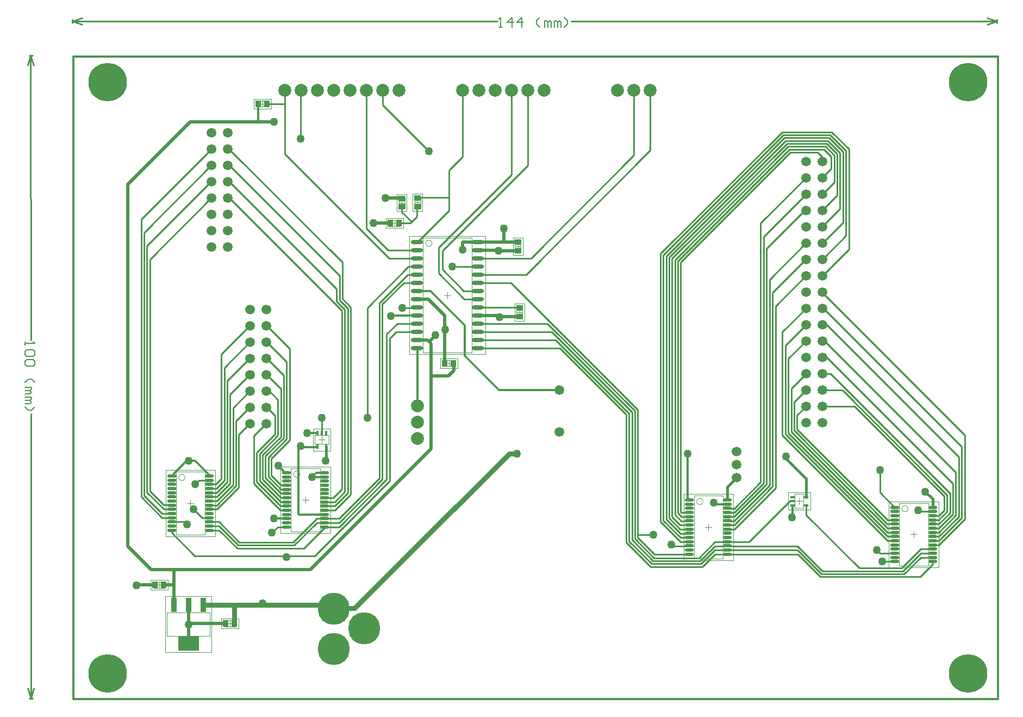
<source format=gtl>
%FSLAX42Y42*%
%MOMM*%
G71*
G01*
G75*
G04 Layer_Physical_Order=1*
G04 Layer_Color=255*
%ADD10O,1.40X0.45*%
%ADD11R,0.40X0.80*%
%ADD12R,1.00X0.90*%
%ADD13R,0.90X1.00*%
%ADD14R,0.80X0.40*%
%ADD15O,1.90X0.60*%
%ADD16R,0.90X2.25*%
%ADD17R,3.25X2.25*%
%ADD18C,0.25*%
%ADD19C,0.40*%
%ADD20C,0.30*%
%ADD21C,0.80*%
%ADD22C,0.50*%
%ADD23C,0.10*%
%ADD24C,0.05*%
%ADD25C,0.15*%
%ADD26C,1.50*%
%ADD27C,5.00*%
%ADD28C,2.00*%
%ADD29C,1.27*%
%ADD30C,6.00*%
D10*
X10188Y2252D02*
D03*
Y2317D02*
D03*
Y2382D02*
D03*
Y2447D02*
D03*
Y2512D02*
D03*
Y2577D02*
D03*
Y2642D02*
D03*
Y2707D02*
D03*
Y2772D02*
D03*
Y2837D02*
D03*
Y2902D02*
D03*
Y2967D02*
D03*
Y3032D02*
D03*
Y3097D02*
D03*
X9598Y2252D02*
D03*
Y2317D02*
D03*
Y2382D02*
D03*
Y2447D02*
D03*
Y2512D02*
D03*
Y2577D02*
D03*
Y2642D02*
D03*
Y2707D02*
D03*
Y2772D02*
D03*
Y2837D02*
D03*
Y2902D02*
D03*
Y2967D02*
D03*
Y3032D02*
D03*
Y3097D02*
D03*
X13386Y2138D02*
D03*
Y2203D02*
D03*
Y2268D02*
D03*
Y2333D02*
D03*
Y2398D02*
D03*
Y2463D02*
D03*
Y2528D02*
D03*
Y2593D02*
D03*
Y2658D02*
D03*
Y2723D02*
D03*
Y2788D02*
D03*
Y2853D02*
D03*
Y2918D02*
D03*
Y2983D02*
D03*
X12796Y2138D02*
D03*
Y2203D02*
D03*
Y2268D02*
D03*
Y2333D02*
D03*
Y2398D02*
D03*
Y2463D02*
D03*
Y2528D02*
D03*
Y2593D02*
D03*
Y2658D02*
D03*
Y2723D02*
D03*
Y2788D02*
D03*
Y2853D02*
D03*
Y2918D02*
D03*
Y2983D02*
D03*
X2121Y2625D02*
D03*
Y2691D02*
D03*
Y2756D02*
D03*
Y2820D02*
D03*
Y2885D02*
D03*
Y2950D02*
D03*
Y3016D02*
D03*
Y3081D02*
D03*
Y3145D02*
D03*
Y3210D02*
D03*
Y3276D02*
D03*
Y3340D02*
D03*
Y3406D02*
D03*
Y3471D02*
D03*
X1531Y2625D02*
D03*
Y2691D02*
D03*
Y2756D02*
D03*
Y2820D02*
D03*
Y2885D02*
D03*
Y2950D02*
D03*
Y3016D02*
D03*
Y3081D02*
D03*
Y3145D02*
D03*
Y3210D02*
D03*
Y3276D02*
D03*
Y3340D02*
D03*
Y3406D02*
D03*
Y3471D02*
D03*
X3912Y2676D02*
D03*
Y2741D02*
D03*
Y2806D02*
D03*
Y2871D02*
D03*
Y2936D02*
D03*
Y3001D02*
D03*
Y3066D02*
D03*
Y3131D02*
D03*
Y3196D02*
D03*
Y3261D02*
D03*
Y3326D02*
D03*
Y3391D02*
D03*
Y3456D02*
D03*
Y3521D02*
D03*
X3322Y2676D02*
D03*
Y2741D02*
D03*
Y2806D02*
D03*
Y2871D02*
D03*
Y2936D02*
D03*
Y3001D02*
D03*
Y3066D02*
D03*
Y3131D02*
D03*
Y3196D02*
D03*
Y3261D02*
D03*
Y3326D02*
D03*
Y3391D02*
D03*
Y3456D02*
D03*
Y3521D02*
D03*
D11*
X3935Y4142D02*
D03*
X3870D02*
D03*
X3805D02*
D03*
Y3928D02*
D03*
X3935D02*
D03*
D12*
X5364Y7659D02*
D03*
Y7794D02*
D03*
X6952Y6087D02*
D03*
Y5952D02*
D03*
X5118Y7792D02*
D03*
Y7657D02*
D03*
X6927Y6973D02*
D03*
Y7108D02*
D03*
D13*
X5920Y5225D02*
D03*
X5785D02*
D03*
X2881Y9263D02*
D03*
X3016D02*
D03*
X5071Y7404D02*
D03*
X4936D02*
D03*
X1407Y1775D02*
D03*
X1273D02*
D03*
X2373Y1175D02*
D03*
X2508D02*
D03*
D14*
X11200Y3142D02*
D03*
Y3077D02*
D03*
Y3012D02*
D03*
X11415D02*
D03*
Y3142D02*
D03*
D15*
X6304Y5458D02*
D03*
Y5585D02*
D03*
Y5712D02*
D03*
Y5839D02*
D03*
Y5966D02*
D03*
Y6093D02*
D03*
Y6220D02*
D03*
Y6347D02*
D03*
Y6474D02*
D03*
Y6601D02*
D03*
Y6728D02*
D03*
Y6855D02*
D03*
Y6982D02*
D03*
Y7109D02*
D03*
X5354Y5458D02*
D03*
Y5585D02*
D03*
Y5712D02*
D03*
Y5839D02*
D03*
Y5966D02*
D03*
Y6093D02*
D03*
Y6220D02*
D03*
Y6347D02*
D03*
Y6474D02*
D03*
Y6601D02*
D03*
Y6728D02*
D03*
Y6855D02*
D03*
Y6982D02*
D03*
Y7109D02*
D03*
D16*
X2026Y1461D02*
D03*
X1796D02*
D03*
X1566D02*
D03*
D17*
X1796Y866D02*
D03*
D18*
X11666Y5566D02*
X11706D01*
X13747Y2861D02*
Y3525D01*
X11706Y5566D02*
X13747Y3525D01*
X13702Y2880D02*
Y3348D01*
X11735Y5315D02*
X13702Y3348D01*
X13793Y2835D02*
Y3765D01*
X11703Y5855D02*
X13793Y3765D01*
X13884Y2798D02*
Y4108D01*
X11661Y6331D02*
X13884Y4108D01*
X13838Y2816D02*
Y3927D01*
X11688Y6077D02*
X13838Y3927D01*
X11661Y6077D02*
X11688D01*
X13566Y2936D02*
Y3158D01*
X12171Y4553D02*
X13566Y3158D01*
X11735Y4553D02*
X12171D01*
X13611Y2917D02*
Y3177D01*
X11982Y4807D02*
X13611Y3177D01*
X11735Y4807D02*
X11982D01*
X13657Y2898D02*
Y3196D01*
X11792Y5061D02*
X13657Y3196D01*
X11735Y5061D02*
X11792D01*
X1875Y2950D02*
X2005Y2820D01*
X2121D01*
X1770Y2720D02*
Y2753D01*
X1773Y2756D01*
X1531D02*
X1773D01*
X11415Y2864D02*
X12243Y2036D01*
X11415Y2864D02*
Y3012D01*
X12243Y2036D02*
X12904D01*
X11159Y3077D02*
X11200D01*
X10526Y2445D02*
X11159Y3077D01*
X9994Y2445D02*
X10526D01*
X3870Y4142D02*
Y4372D01*
X4185Y3266D02*
Y6042D01*
X4230Y3222D02*
Y6060D01*
X4276Y3204D02*
Y6079D01*
X4321Y3185D02*
Y6098D01*
X4050Y3131D02*
X4185Y3266D01*
X2417Y7810D02*
X4185Y6042D01*
X4074Y3066D02*
X4230Y3222D01*
X4102Y6189D02*
X4230Y6060D01*
X4073Y3001D02*
X4276Y3204D01*
X4147Y6208D02*
X4276Y6079D01*
X4073Y2936D02*
X4321Y3185D01*
X4192Y6227D02*
X4321Y6098D01*
X4192Y6227D02*
Y6796D01*
X4147Y6208D02*
Y6587D01*
X4102Y6189D02*
Y6379D01*
X4580Y4375D02*
Y6090D01*
X5221Y6731D01*
X4141Y2806D02*
X4770Y3435D01*
X4141Y2741D02*
X4815Y3416D01*
X4140Y2676D02*
X4881Y3417D01*
X3759Y2225D02*
X4926Y3392D01*
X4815Y6146D02*
X5146Y6477D01*
X4815Y3416D02*
Y6146D01*
X4770Y6165D02*
X5209Y6604D01*
X4770Y3435D02*
Y6165D01*
X5221Y6731D02*
X5364D01*
X5209Y6604D02*
X5364D01*
X5146Y6477D02*
X5364D01*
X5351Y6090D02*
X5354Y6093D01*
X5122Y6090D02*
X5351D01*
X4926Y3392D02*
Y5611D01*
X5028Y5712D01*
X4881Y5676D02*
X5044Y5839D01*
X4881Y3417D02*
Y5676D01*
X5028Y5712D02*
X5354D01*
X5028Y5712D02*
X5028Y5712D01*
X4917Y6858D02*
X5364D01*
X3912Y2676D02*
X4140D01*
X3791Y2741D02*
X4141D01*
X3792Y2806D02*
X4141D01*
X1894Y2225D02*
X3759D01*
X2417Y8064D02*
X4102Y6379D01*
X2417Y8318D02*
X4147Y6587D01*
X2417Y8571D02*
X4192Y6796D01*
X3922Y3131D02*
X4050D01*
X3912Y3066D02*
X4074D01*
X3297Y8478D02*
X4917Y6858D01*
X3297Y8478D02*
Y9263D01*
X3542Y8720D02*
Y9466D01*
X3551Y9474D01*
X1193Y3234D02*
Y6839D01*
X2163Y7810D01*
X1147Y3215D02*
Y7048D01*
X2163Y8064D01*
X1102Y3168D02*
Y7257D01*
X2163Y8318D01*
X1057Y7465D02*
X2163Y8571D01*
X1057Y3145D02*
Y7465D01*
X11274Y4415D02*
X11447Y4587D01*
X11274Y4195D02*
Y4415D01*
X11229Y4623D02*
X11447Y4841D01*
X11229Y4177D02*
Y4623D01*
X11183Y4832D02*
X11447Y5095D01*
X11183Y4158D02*
Y4832D01*
X11138Y5295D02*
X11447Y5603D01*
X11138Y4139D02*
Y5295D01*
X11092Y5503D02*
X11447Y5857D01*
X11092Y4121D02*
Y5503D01*
X11046Y5711D02*
X11447Y6111D01*
X11046Y4102D02*
Y5711D01*
X10937Y6110D02*
X11409Y6582D01*
X10937Y3286D02*
Y6110D01*
X10892Y6319D02*
X11409Y6836D01*
X10892Y3305D02*
Y6319D01*
X10846Y6527D02*
X11409Y7090D01*
X10846Y3323D02*
Y6527D01*
X10752Y7195D02*
X11447Y7889D01*
X10752Y3357D02*
Y7195D01*
X10707Y7403D02*
X11447Y8143D01*
X10707Y3376D02*
Y7403D01*
X11661Y8109D02*
X11808Y8256D01*
Y8442D01*
X11899Y7839D02*
Y8479D01*
X11944Y7625D02*
Y8498D01*
X11990Y7417D02*
Y8517D01*
X12035Y7208D02*
Y8536D01*
X12081Y6999D02*
Y8555D01*
X11716Y8598D02*
X11854Y8461D01*
X11662Y7602D02*
X11899Y7839D01*
X11735Y8644D02*
X11899Y8479D01*
X11664Y7345D02*
X11944Y7625D01*
X11754Y8689D02*
X11944Y8498D01*
X11701Y7127D02*
X11990Y7417D01*
X11772Y8735D02*
X11990Y8517D01*
X11701Y6873D02*
X12035Y7208D01*
X11791Y8780D02*
X12035Y8536D01*
X11701Y6619D02*
X12081Y6999D01*
X11810Y8825D02*
X12081Y8555D01*
X3085Y3742D02*
X3369Y4027D01*
X3085Y3478D02*
Y3742D01*
Y3478D02*
X3237Y3326D01*
X3040Y3460D02*
X3238Y3261D01*
X3040Y3460D02*
Y3761D01*
X3324Y4046D01*
X2994Y3780D02*
X3278Y4064D01*
X2994Y3441D02*
Y3780D01*
Y3441D02*
X3239Y3196D01*
X2949Y3422D02*
X3239Y3131D01*
X2949Y3422D02*
Y3799D01*
X3233Y4083D01*
X2903Y3818D02*
X3188Y4102D01*
X2903Y3396D02*
Y3818D01*
Y3396D02*
X3233Y3066D01*
X2858Y3373D02*
X3230Y3001D01*
X2858Y3373D02*
Y3836D01*
X3142Y4121D01*
X2812Y4093D02*
X3009Y4290D01*
X2812Y3355D02*
Y4093D01*
Y3355D02*
X3231Y2936D01*
X3142Y4121D02*
Y4411D01*
X3188Y4102D02*
Y4657D01*
X3233Y4083D02*
Y4828D01*
X3278Y4064D02*
Y5037D01*
X3324Y4046D02*
Y5246D01*
X3369Y4027D02*
Y5454D01*
X3009Y5814D02*
X3369Y5454D01*
X3009Y5560D02*
X3324Y5246D01*
X3009Y5052D02*
X3233Y4828D01*
X3009Y5306D02*
X3278Y5037D01*
X3047Y4798D02*
X3188Y4657D01*
X3009Y4798D02*
X3047D01*
X3009Y4544D02*
X3142Y4411D01*
X2579Y3295D02*
Y4113D01*
X2756Y4290D01*
X2306Y5365D02*
X2756Y5814D01*
X2352Y3401D02*
Y5156D01*
X2756Y5560D01*
X2397Y4948D02*
X2756Y5306D01*
X2443Y4739D02*
X2756Y5052D01*
X2488Y4530D02*
X2756Y4798D01*
X2533Y4322D02*
X2756Y4544D01*
X3231Y2936D02*
X3322D01*
X2234Y2951D02*
X2579Y3295D01*
X2234Y3015D02*
X2533Y3314D01*
X13482Y2788D02*
X13611Y2917D01*
X13481Y2723D02*
X13657Y2898D01*
X13480Y2658D02*
X13702Y2880D01*
X13480Y2593D02*
X13747Y2861D01*
X13485Y2528D02*
X13793Y2835D01*
X13485Y2463D02*
X13838Y2816D01*
X13484Y2398D02*
X13884Y2798D01*
X13181Y2918D02*
X13386D01*
X12683Y2658D02*
X12796D01*
X11183Y4158D02*
X12683Y2658D01*
X12684Y2593D02*
X12796D01*
X11138Y4139D02*
X12684Y2593D01*
X12685Y2528D02*
X12796D01*
X11092Y4121D02*
X12685Y2528D01*
X12682Y2788D02*
X12796D01*
X11274Y4195D02*
X12682Y2788D01*
X12680Y2726D02*
X12796D01*
X11229Y4177D02*
X12680Y2726D01*
X10798Y7013D02*
X11386Y7601D01*
X10798Y3339D02*
Y7013D01*
X9144Y6929D02*
X11040Y8825D01*
X9189Y6910D02*
X11059Y8780D01*
X9235Y6891D02*
X11078Y8735D01*
X9280Y6872D02*
X11097Y8689D01*
X9325Y6853D02*
X11116Y8644D01*
X9371Y6835D02*
X11134Y8598D01*
X11697Y8553D02*
X11808Y8442D01*
X9416Y6816D02*
X11153Y8553D01*
X11697D01*
X11134Y8598D02*
X11716D01*
X11116Y8644D02*
X11735D01*
X11097Y8689D02*
X11754D01*
X11078Y8735D02*
X11772D01*
X11059Y8780D02*
X11791D01*
X11040Y8825D02*
X11810D01*
X11590Y8507D02*
X11701Y8397D01*
X11172Y8507D02*
X11590D01*
X9462Y6797D02*
X11172Y8507D01*
X5690Y7026D02*
X6823Y8159D01*
X5690Y6624D02*
Y7026D01*
Y6624D02*
X6091Y6223D01*
X5750Y6979D02*
X7077Y8306D01*
X5750Y6686D02*
Y6979D01*
Y6686D02*
X6083Y6352D01*
X8987Y8539D02*
Y9474D01*
X7052Y6604D02*
X8987Y8539D01*
X6314Y6604D02*
X7052D01*
X10188Y2707D02*
X10294D01*
X10188Y2642D02*
X10294D01*
X4055Y3001D02*
X4073D01*
X3912Y2936D02*
X4073D01*
X1531Y2589D02*
X1894Y2225D01*
X1384Y2885D02*
X1531D01*
X1102Y3168D02*
X1384Y2885D01*
X1381Y2821D02*
X1531D01*
X1057Y3145D02*
X1381Y2821D01*
X4907Y6985D02*
X5364D01*
X4567Y7325D02*
X4907Y6985D01*
X5255Y7404D02*
X5357Y7506D01*
X5116Y7579D02*
X5273Y7422D01*
X5116Y7579D02*
Y7628D01*
X5357Y7506D02*
Y7633D01*
X7077Y8306D02*
Y9474D01*
X8733Y8464D02*
Y9474D01*
X7127Y6858D02*
X8733Y8464D01*
X6314Y6858D02*
X7127D01*
X3230Y3001D02*
X3322D01*
X1193Y3234D02*
X1410Y3017D01*
X1530D01*
X1412Y2951D02*
X1531D01*
X1147Y3215D02*
X1412Y2951D01*
X12515Y2319D02*
X12566Y2268D01*
X12796D01*
X3297Y9263D02*
Y9474D01*
X3016Y9263D02*
X3297D01*
X4821Y9240D02*
X5535Y8527D01*
X6823Y8159D02*
Y9474D01*
X5852Y8230D02*
X6061Y8438D01*
Y9474D01*
X12596Y2136D02*
X12598Y2138D01*
X12796D01*
X9035Y2555D02*
X9037Y2553D01*
X8793Y2555D02*
X9035D01*
X9312Y2403D02*
X9335Y2380D01*
X9601D01*
X12563Y3216D02*
Y3566D01*
Y3216D02*
X12796Y2983D01*
Y2723D02*
Y2726D01*
X1895Y3343D02*
X1958Y3406D01*
X2121D01*
Y3471D02*
Y3487D01*
X3296Y3521D02*
X3322D01*
X6614Y5969D02*
X6644Y5939D01*
X6314Y6096D02*
X6944D01*
X4821Y9240D02*
Y9474D01*
X3182Y2676D02*
X3322D01*
X3096Y2591D02*
X3182Y2676D01*
X5357Y7803D02*
X5847D01*
X5090Y7404D02*
X5255D01*
X3912Y3001D02*
X4050D01*
X3237Y3326D02*
X3322D01*
X3238Y3261D02*
X3322D01*
X2533Y3314D02*
Y4322D01*
X2488Y3333D02*
Y4530D01*
X2443Y3352D02*
Y4739D01*
X2397Y3378D02*
Y4948D01*
X2121Y3081D02*
X2235D01*
X2218Y3341D02*
X2306Y3429D01*
Y5365D01*
X2226Y3276D02*
X2352Y3401D01*
X2230Y3211D02*
X2397Y3378D01*
X2121Y3146D02*
X2236D01*
X2443Y3352D01*
X2235Y3081D02*
X2488Y3333D01*
X2122Y3015D02*
X2234D01*
X2121Y2951D02*
X2234D01*
X12686Y2463D02*
X12796D01*
X13386D02*
X13485D01*
X13386Y2398D02*
X13484D01*
X13386Y2528D02*
X13485D01*
X13386Y2788D02*
X13482D01*
X13386Y2723D02*
X13481D01*
X13386Y2658D02*
X13480D01*
X13386Y2593D02*
X13480D01*
X13386Y2853D02*
X13483D01*
X10191Y2965D02*
X10295D01*
X10707Y3376D01*
X10191Y2900D02*
X10294D01*
X10752Y3357D01*
X10191Y2835D02*
X10293D01*
X10798Y3339D01*
X10191Y2770D02*
X10293D01*
X3239Y3196D02*
X3322D01*
X3239Y3131D02*
X3322D01*
X3233Y3066D02*
X3322D01*
X9144Y2758D02*
Y6929D01*
X9189Y2777D02*
Y6910D01*
Y2777D02*
X9457Y2510D01*
X9144Y2758D02*
X9458Y2445D01*
X10294Y2642D02*
X10937Y3286D01*
X10294Y2707D02*
X10892Y3305D01*
X10293Y2770D02*
X10846Y3323D01*
X13483Y2853D02*
X13566Y2936D01*
X9458Y2445D02*
X9601D01*
X9457Y2510D02*
X9601D01*
X2121Y3341D02*
X2218D01*
X2121Y3276D02*
X2226D01*
X2121Y3211D02*
X2230D01*
X5852Y7600D02*
Y8230D01*
X5364Y7112D02*
X5852Y7600D01*
X4567Y7325D02*
Y9474D01*
X3441Y2392D02*
X3791Y2741D01*
X3424Y2439D02*
X3792Y2806D01*
X2588Y2439D02*
X3424D01*
X2121Y2756D02*
X2271D01*
X2588Y2439D01*
X2121Y2691D02*
X2272D01*
X2121Y2626D02*
X2273D01*
X2558Y2340D01*
X2272Y2691D02*
X2571Y2392D01*
X3441D01*
X9462Y2909D02*
Y6797D01*
Y2909D02*
X9471Y2900D01*
X9601D01*
X9472Y2835D02*
X9601D01*
X9416Y2891D02*
X9472Y2835D01*
X9416Y2891D02*
Y6816D01*
X9371Y2866D02*
Y6835D01*
Y2866D02*
X9467Y2770D01*
X9601D01*
X9454Y2705D02*
X9601D01*
X9325Y2834D02*
X9454Y2705D01*
X9325Y2834D02*
Y6853D01*
X9280Y2815D02*
Y6872D01*
Y2815D02*
X9455Y2640D01*
X9601D01*
X9456Y2575D02*
X9601D01*
X9235Y2796D02*
Y6891D01*
Y2796D02*
X9456Y2575D01*
X2558Y2340D02*
X3589D01*
X3918Y2670D01*
X1531Y2589D02*
Y2626D01*
X6091Y6223D02*
X6314D01*
X11046Y4102D02*
X12686Y2463D01*
X1566Y2010D02*
X1568Y2012D01*
X1561Y1775D02*
X1566Y1770D01*
X6083Y6352D02*
X6312D01*
X6311Y6728D02*
X6314Y6731D01*
X5900Y6728D02*
X6311D01*
X5758Y5220D02*
X5785D01*
X5044Y5839D02*
X5354D01*
X11854Y8041D02*
Y8461D01*
X11853Y8040D02*
X11854Y8041D01*
X11853Y8039D02*
Y8040D01*
X11666Y7852D02*
X11853Y8039D01*
X11633Y1900D02*
X13190D01*
X13386Y2096D01*
Y2138D01*
X12904Y2036D02*
X13200Y2333D01*
X13386D01*
X12922Y1991D02*
X13202Y2271D01*
X13383D01*
X12941Y1945D02*
X13199Y2203D01*
X13386D01*
X11671Y1991D02*
X12922D01*
X11652Y1945D02*
X12941D01*
X6314Y6477D02*
X6818D01*
X8793Y4502D01*
X6314Y5842D02*
X7389D01*
X8748Y4483D01*
X6314Y5715D02*
X7452D01*
X8703Y4464D01*
X6314Y5588D02*
X7514D01*
X8657Y4445D01*
X6314Y5461D02*
X7577D01*
X8612Y4426D01*
X8793Y2555D02*
Y4502D01*
X8612Y2438D02*
Y4426D01*
Y2438D02*
X8992Y2058D01*
X9800D01*
X9011Y2104D02*
X9781D01*
X8657Y2457D02*
X9011Y2104D01*
X8657Y2457D02*
Y4445D01*
X8703Y2476D02*
Y4464D01*
Y2476D02*
X9029Y2149D01*
X9762D01*
X9048Y2194D02*
X9744D01*
X8748Y2495D02*
X9048Y2194D01*
X8748Y2495D02*
Y4483D01*
X8793Y2513D02*
Y2555D01*
Y2513D02*
X9057Y2250D01*
X9601D01*
X11284D02*
X11633Y1900D01*
X9992Y2250D02*
X11284D01*
X9800Y2058D02*
X9992Y2250D01*
X11283Y2315D02*
X11652Y1945D01*
X9992Y2315D02*
X11283D01*
X9781Y2104D02*
X9992Y2315D01*
X11282Y2380D02*
X11671Y1991D01*
X9993Y2380D02*
X11282D01*
X9762Y2149D02*
X9993Y2380D01*
X9744Y2194D02*
X9994Y2445D01*
X-16Y10545D02*
X6610D01*
X7757D02*
X14384D01*
X-16D02*
X136Y10596D01*
X-16Y10545D02*
X136Y10494D01*
X14231Y10596D02*
X14384Y10545D01*
X14231Y10494D02*
X14384Y10545D01*
X-16Y10520D02*
Y10570D01*
X14384Y10520D02*
Y10570D01*
X-663Y10011D02*
X-662Y5585D01*
X-662Y4438D02*
X-662Y11D01*
X-663Y10011D02*
X-612Y9859D01*
X-713D02*
X-663Y10011D01*
X-662Y11D02*
X-612Y164D01*
X-713D02*
X-662Y11D01*
X-688Y10011D02*
X-637D01*
X-688Y11D02*
X-637D01*
D19*
X13270Y3228D02*
X13386Y3111D01*
Y2983D02*
Y3111D01*
X10188Y3301D02*
X10332Y3445D01*
X10188Y3097D02*
Y3301D01*
X11103Y3740D02*
Y3778D01*
Y3740D02*
X11415Y3428D01*
Y3142D02*
Y3428D01*
X3935Y3708D02*
Y3928D01*
D20*
X9572Y3123D02*
X9601Y3095D01*
X9572Y3123D02*
Y3815D01*
X3510Y3920D02*
X3805D01*
X11193Y2830D02*
X11200Y2838D01*
Y3012D01*
X3797Y4135D02*
X3805Y4142D01*
X3645Y4135D02*
X3797D01*
X3510Y2875D02*
X3514Y2871D01*
X3912D01*
X3908Y2875D02*
X3912Y2871D01*
X3510Y2875D02*
Y3920D01*
X3510Y3920D01*
X3719Y3454D02*
X3720Y3456D01*
X3912D01*
X4945Y5958D02*
X4954Y5966D01*
X5354D01*
X5345Y5958D02*
X5354Y5966D01*
Y5458D02*
X5360Y5453D01*
Y4560D02*
Y5453D01*
X3720Y3456D02*
X3785Y3521D01*
X3912D01*
X6100Y5340D02*
Y5812D01*
X5565Y6347D02*
X6100Y5812D01*
X5354Y6347D02*
X5565D01*
X6635Y4805D02*
X7572D01*
X6100Y5340D02*
X6635Y4805D01*
X1796Y1461D02*
X1801Y1466D01*
X1793Y3706D02*
X1902D01*
X2121Y3487D01*
X2881Y8984D02*
Y9263D01*
X3190Y3627D02*
X3296Y3521D01*
X9996Y3030D02*
X10191D01*
X3124Y2806D02*
X3322D01*
X1767Y3706D02*
X1793D01*
X1531Y3471D02*
X1767Y3706D01*
X0Y10000D02*
X0Y0D01*
X0Y10000D02*
X14400D01*
Y0D02*
Y10000D01*
X0Y0D02*
X14400Y0D01*
D21*
X4382Y1412D02*
X6790Y3820D01*
X6910D01*
X4382Y1412D02*
X5972Y3002D01*
X4054Y1412D02*
X4382D01*
X4054Y1402D02*
Y1412D01*
X3995Y1461D02*
X4054Y1402D01*
X2508Y1175D02*
Y1461D01*
X2026D02*
X2508D01*
X3995D01*
D22*
X3933Y3705D02*
X3935Y3708D01*
X5573Y3890D02*
Y5029D01*
X3694Y2012D02*
X5573Y3890D01*
X6644Y5939D02*
X6658Y5952D01*
X6952D01*
X1568Y2012D02*
X3694D01*
X846Y2377D02*
Y8004D01*
Y2377D02*
X1212Y2012D01*
X846Y8004D02*
X1825Y8983D01*
X6706Y7112D02*
X6914D01*
X6314D02*
X6706D01*
Y7325D01*
X4679Y7404D02*
X4920D01*
X6627Y6972D02*
X6927D01*
X6314Y6985D02*
X6614D01*
X6314Y5969D02*
X6614D01*
X4862Y7798D02*
X5116D01*
X1825Y8983D02*
X3123D01*
X5928Y5110D02*
Y5220D01*
X5847Y5029D02*
X5928Y5110D01*
X5573Y5029D02*
X5847D01*
X5364Y5588D02*
X5514D01*
X5573Y5029D02*
Y5530D01*
X5364Y6223D02*
X5527D01*
X1796Y1156D02*
Y1461D01*
X1795Y1155D02*
X1796Y1156D01*
X1795Y867D02*
Y1155D01*
Y867D02*
X1796Y866D01*
X1212Y2012D02*
X1568D01*
X1407Y1775D02*
X1561D01*
X1566Y1461D02*
Y1770D01*
Y2010D01*
X988Y1775D02*
X1273D01*
X982Y1770D02*
X988Y1775D01*
X5785Y5220D02*
Y5965D01*
X5527Y6223D02*
X5785Y5965D01*
X5544Y5559D02*
X5645Y5660D01*
X5514Y5588D02*
X5544Y5559D01*
X5573Y5530D01*
X6063Y7109D02*
X6304D01*
X6062Y6990D02*
Y7110D01*
X1815Y1175D02*
X2373D01*
X1796Y1156D02*
X1815Y1175D01*
D23*
X9808Y3075D02*
G03*
X9808Y3075I-50J0D01*
G01*
X13006Y2960D02*
G03*
X13006Y2960I-50J0D01*
G01*
X1741Y3448D02*
G03*
X1741Y3448I-50J0D01*
G01*
X5589Y7089D02*
G03*
X5589Y7089I-50J0D01*
G01*
X3532Y3499D02*
G03*
X3532Y3499I-50J0D01*
G01*
X9668Y2185D02*
X10118D01*
X9668Y3165D02*
X10118D01*
Y2185D02*
Y3165D01*
X9668Y2185D02*
Y3165D01*
X12866Y2070D02*
X13316D01*
X12866Y3050D02*
X13316D01*
Y2070D02*
Y3050D01*
X12866Y2070D02*
Y3050D01*
X3760Y4103D02*
X3980D01*
X3760Y3967D02*
X3980D01*
Y4103D01*
X3760Y3967D02*
Y4103D01*
X5317Y7639D02*
X5412D01*
X5317Y7814D02*
X5412D01*
X5317Y7639D02*
Y7814D01*
X5412Y7639D02*
Y7814D01*
X5940Y5177D02*
Y5272D01*
X5765Y5177D02*
Y5272D01*
Y5177D02*
X5940D01*
X5765Y5272D02*
X5940D01*
X6904Y6107D02*
X6999D01*
X6904Y5932D02*
X6999D01*
Y6107D01*
X6904Y5932D02*
Y6107D01*
X5071Y7812D02*
X5166D01*
X5071Y7637D02*
X5166D01*
Y7812D01*
X5071Y7637D02*
Y7812D01*
X6879Y6953D02*
X6974D01*
X6879Y7128D02*
X6974D01*
X6879Y6953D02*
Y7128D01*
X6974Y6953D02*
Y7128D01*
X2861Y9216D02*
Y9311D01*
X3036Y9216D02*
Y9311D01*
X2861D02*
X3036D01*
X2861Y9216D02*
X3036D01*
X5091Y7357D02*
Y7452D01*
X4916Y7357D02*
Y7452D01*
Y7357D02*
X5091D01*
X4916Y7452D02*
X5091D01*
X1601Y2558D02*
X2051D01*
X1601Y3538D02*
X2051D01*
Y2558D02*
Y3538D01*
X1601Y2558D02*
Y3538D01*
X11240Y2967D02*
Y3188D01*
X11375Y2967D02*
Y3188D01*
X11240D02*
X11375D01*
X11240Y2967D02*
X11375D01*
X1252Y1727D02*
X1427D01*
X1252Y1823D02*
X1427D01*
Y1727D02*
Y1823D01*
X1252Y1727D02*
Y1823D01*
X5449Y5389D02*
X6209D01*
X5449Y7179D02*
X6209D01*
Y5389D02*
Y7179D01*
X5449Y5389D02*
Y7179D01*
X1461Y1348D02*
X2131D01*
X1461Y978D02*
X2131D01*
Y1348D01*
X1461Y978D02*
Y1348D01*
X2352Y1127D02*
Y1223D01*
X2527Y1127D02*
Y1223D01*
X2352D02*
X2527D01*
X2352Y1127D02*
X2527D01*
X3392Y2609D02*
X3842D01*
X3392Y3589D02*
X3842D01*
Y2609D02*
Y3589D01*
X3392Y2609D02*
Y3589D01*
X9893Y2625D02*
Y2725D01*
X9843Y2675D02*
X9943D01*
X13091Y2510D02*
Y2610D01*
X13041Y2560D02*
X13141D01*
X3870Y3985D02*
Y4085D01*
X3820Y4035D02*
X3920D01*
X5364Y7679D02*
Y7774D01*
X5317Y7727D02*
X5412D01*
X5805Y5225D02*
X5900D01*
X5852Y5177D02*
Y5272D01*
X6952Y5972D02*
Y6067D01*
X6904Y6020D02*
X6999D01*
X5118Y7677D02*
Y7772D01*
X5071Y7724D02*
X5166D01*
X6927Y6993D02*
Y7088D01*
X6879Y7041D02*
X6974D01*
X2901Y9263D02*
X2996D01*
X2949Y9216D02*
Y9311D01*
X4956Y7404D02*
X5051D01*
X5004Y7357D02*
Y7452D01*
X1826Y2998D02*
Y3098D01*
X1776Y3048D02*
X1876D01*
X11257Y3077D02*
X11357D01*
X11307Y3027D02*
Y3127D01*
X1340Y1727D02*
Y1823D01*
X1293Y1775D02*
X1388D01*
X5829Y6234D02*
Y6334D01*
X5779Y6284D02*
X5879D01*
X1796Y1113D02*
Y1213D01*
X1746Y1163D02*
X1846D01*
X2392Y1175D02*
X2488D01*
X2440Y1127D02*
Y1223D01*
X3617Y3049D02*
Y3149D01*
X3567Y3099D02*
X3667D01*
D24*
X9506Y2160D02*
X10281D01*
X9506Y3190D02*
X10281D01*
Y2160D02*
Y3190D01*
X9506Y2160D02*
Y3190D01*
X12704Y2045D02*
X13479D01*
X12704Y3075D02*
X13479D01*
Y2045D02*
Y3075D01*
X12704Y2045D02*
Y3075D01*
X3735Y4208D02*
X4005D01*
X3735Y3862D02*
X4005D01*
Y4208D01*
X3735Y3862D02*
Y4208D01*
X5289Y7592D02*
X5439D01*
X5289Y7862D02*
X5439D01*
X5289Y7592D02*
Y7862D01*
X5439Y7592D02*
Y7862D01*
X5987Y5150D02*
Y5300D01*
X5717Y5150D02*
Y5300D01*
Y5150D02*
X5987D01*
X5717Y5300D02*
X5987D01*
X6877Y6155D02*
X7027D01*
X6877Y5885D02*
X7027D01*
Y6155D01*
X6877Y5885D02*
Y6155D01*
X5043Y7859D02*
X5193D01*
X5043Y7589D02*
X5193D01*
Y7859D01*
X5043Y7589D02*
Y7859D01*
X6852Y6906D02*
X7002D01*
X6852Y7176D02*
X7002D01*
X6852Y6906D02*
Y7176D01*
X7002Y6906D02*
Y7176D01*
X2814Y9188D02*
Y9338D01*
X3084Y9188D02*
Y9338D01*
X2814D02*
X3084D01*
X2814Y9188D02*
X3084D01*
X5139Y7329D02*
Y7479D01*
X4869Y7329D02*
Y7479D01*
Y7329D02*
X5139D01*
X4869Y7479D02*
X5139D01*
X1439Y2533D02*
X2214D01*
X1439Y3563D02*
X2214D01*
Y2533D02*
Y3563D01*
X1439Y2533D02*
Y3563D01*
X11135Y2942D02*
Y3212D01*
X11480Y2942D02*
Y3212D01*
X11135D02*
X11480D01*
X11135Y2942D02*
X11480D01*
X1205Y1700D02*
X1475D01*
X1205Y1850D02*
X1475D01*
Y1700D02*
Y1850D01*
X1205Y1700D02*
Y1850D01*
X5237Y5364D02*
X6422D01*
X5237Y7204D02*
X6422D01*
Y5364D02*
Y7204D01*
X5237Y5364D02*
Y7204D01*
X1436Y1598D02*
X2156D01*
X1436Y728D02*
X2156D01*
Y1598D01*
X1436Y728D02*
Y1598D01*
X2305Y1100D02*
Y1250D01*
X2575Y1100D02*
Y1250D01*
X2305D02*
X2575D01*
X2305Y1100D02*
X2575D01*
X3229Y2584D02*
X4004D01*
X3229Y3614D02*
X4004D01*
Y2584D02*
Y3614D01*
X3229Y2584D02*
Y3614D01*
D25*
X6635Y10454D02*
X6686D01*
X6661D01*
Y10606D01*
X6635Y10581D01*
X6838Y10454D02*
Y10606D01*
X6762Y10530D01*
X6864D01*
X6991Y10454D02*
Y10606D01*
X6914Y10530D01*
X7016D01*
X7270Y10454D02*
X7219Y10504D01*
Y10555D01*
X7270Y10606D01*
X7346Y10454D02*
Y10555D01*
X7372D01*
X7397Y10530D01*
Y10454D01*
Y10530D01*
X7422Y10555D01*
X7448Y10530D01*
Y10454D01*
X7498D02*
Y10555D01*
X7524D01*
X7549Y10530D01*
Y10454D01*
Y10530D01*
X7575Y10555D01*
X7600Y10530D01*
Y10454D01*
X7651D02*
X7702Y10504D01*
Y10555D01*
X7651Y10606D01*
X-754Y5560D02*
Y5509D01*
Y5534D01*
X-602D01*
X-627Y5560D01*
Y5433D02*
X-602Y5407D01*
Y5357D01*
X-627Y5331D01*
X-729D01*
X-754Y5357D01*
Y5407D01*
X-729Y5433D01*
X-627D01*
Y5281D02*
X-602Y5255D01*
Y5204D01*
X-627Y5179D01*
X-729D01*
X-754Y5204D01*
Y5255D01*
X-729Y5281D01*
X-627D01*
X-754Y4925D02*
X-703Y4976D01*
X-652D01*
X-602Y4925D01*
X-754Y4849D02*
X-652D01*
Y4823D01*
X-678Y4798D01*
X-754D01*
X-678D01*
X-652Y4773D01*
X-678Y4747D01*
X-754D01*
Y4697D02*
X-652D01*
Y4671D01*
X-678Y4646D01*
X-754D01*
X-678D01*
X-652Y4620D01*
X-678Y4595D01*
X-754D01*
Y4544D02*
X-703Y4493D01*
X-652D01*
X-602Y4544D01*
D26*
X10332Y3445D02*
D03*
Y3648D02*
D03*
Y3851D02*
D03*
X7572Y4155D02*
D03*
Y4805D02*
D03*
X2156Y7038D02*
D03*
Y7292D02*
D03*
Y7546D02*
D03*
Y7800D02*
D03*
Y8054D02*
D03*
Y8307D02*
D03*
Y8561D02*
D03*
Y8815D02*
D03*
X2409Y7038D02*
D03*
Y7292D02*
D03*
Y7546D02*
D03*
Y7800D02*
D03*
Y8054D02*
D03*
Y8307D02*
D03*
Y8561D02*
D03*
Y8815D02*
D03*
X2753Y4283D02*
D03*
Y4537D02*
D03*
Y4790D02*
D03*
Y5044D02*
D03*
Y5299D02*
D03*
Y5553D02*
D03*
Y5806D02*
D03*
Y6060D02*
D03*
X3007Y4283D02*
D03*
Y4537D02*
D03*
Y4790D02*
D03*
Y5044D02*
D03*
Y5299D02*
D03*
Y5553D02*
D03*
Y5806D02*
D03*
Y6060D02*
D03*
X11666Y5820D02*
D03*
Y6328D02*
D03*
Y6836D02*
D03*
Y4804D02*
D03*
Y8106D02*
D03*
X11412Y8360D02*
D03*
X11666Y4550D02*
D03*
Y7344D02*
D03*
X11412Y6836D02*
D03*
Y7090D02*
D03*
Y7852D02*
D03*
Y5820D02*
D03*
Y5566D02*
D03*
Y4296D02*
D03*
X11666D02*
D03*
Y7598D02*
D03*
X11412Y5058D02*
D03*
Y8106D02*
D03*
X11666Y8360D02*
D03*
Y5058D02*
D03*
X11412Y6074D02*
D03*
Y4550D02*
D03*
X11666Y7852D02*
D03*
Y6074D02*
D03*
X11412Y5312D02*
D03*
X11666Y7090D02*
D03*
Y6582D02*
D03*
X11412D02*
D03*
Y4804D02*
D03*
Y7598D02*
D03*
Y6328D02*
D03*
X11666Y5312D02*
D03*
Y5566D02*
D03*
X11412Y7344D02*
D03*
D27*
X4534Y1102D02*
D03*
X4054Y777D02*
D03*
Y1402D02*
D03*
D28*
X6061Y9474D02*
D03*
X6315D02*
D03*
X6569D02*
D03*
X6823D02*
D03*
X7077D02*
D03*
X7331D02*
D03*
X3297Y9474D02*
D03*
X3551D02*
D03*
X3805D02*
D03*
X4059D02*
D03*
X4313D02*
D03*
X4567D02*
D03*
X4821D02*
D03*
X5075D02*
D03*
X8987Y9474D02*
D03*
X8733D02*
D03*
X8479D02*
D03*
X5360Y4052D02*
D03*
Y4306D02*
D03*
Y4560D02*
D03*
D29*
X13270Y3228D02*
D03*
X11103Y3778D02*
D03*
X9572Y3815D02*
D03*
X6910Y3820D02*
D03*
X3545Y3933D02*
D03*
X1875Y2950D02*
D03*
X1770Y2720D02*
D03*
X11193Y2830D02*
D03*
X3933Y3705D02*
D03*
X3870Y4372D02*
D03*
X3645Y4135D02*
D03*
X4580Y4375D02*
D03*
X3719Y3454D02*
D03*
X4945Y5958D02*
D03*
X5122Y6090D02*
D03*
X3542Y8720D02*
D03*
X2946Y1491D02*
D03*
X12515Y2319D02*
D03*
X5535Y8527D02*
D03*
X12598Y2138D02*
D03*
X9037Y2553D02*
D03*
X9312Y2403D02*
D03*
X12563Y3566D02*
D03*
X13162Y2936D02*
D03*
X1895Y3343D02*
D03*
X6706Y7325D02*
D03*
X4679Y7404D02*
D03*
X3123Y8983D02*
D03*
X3190Y3627D02*
D03*
X6627Y6972D02*
D03*
X6644Y5939D02*
D03*
X9972Y3053D02*
D03*
X3325Y2210D02*
D03*
X3096Y2591D02*
D03*
X3124Y2806D02*
D03*
X1793Y3706D02*
D03*
X4862Y7798D02*
D03*
X1795Y1155D02*
D03*
X982Y1770D02*
D03*
X5900Y6728D02*
D03*
X5790Y5745D02*
D03*
X5645Y5660D02*
D03*
X6062Y6990D02*
D03*
D30*
X13935Y400D02*
D03*
Y9600D02*
D03*
X535Y400D02*
D03*
Y9600D02*
D03*
M02*

</source>
